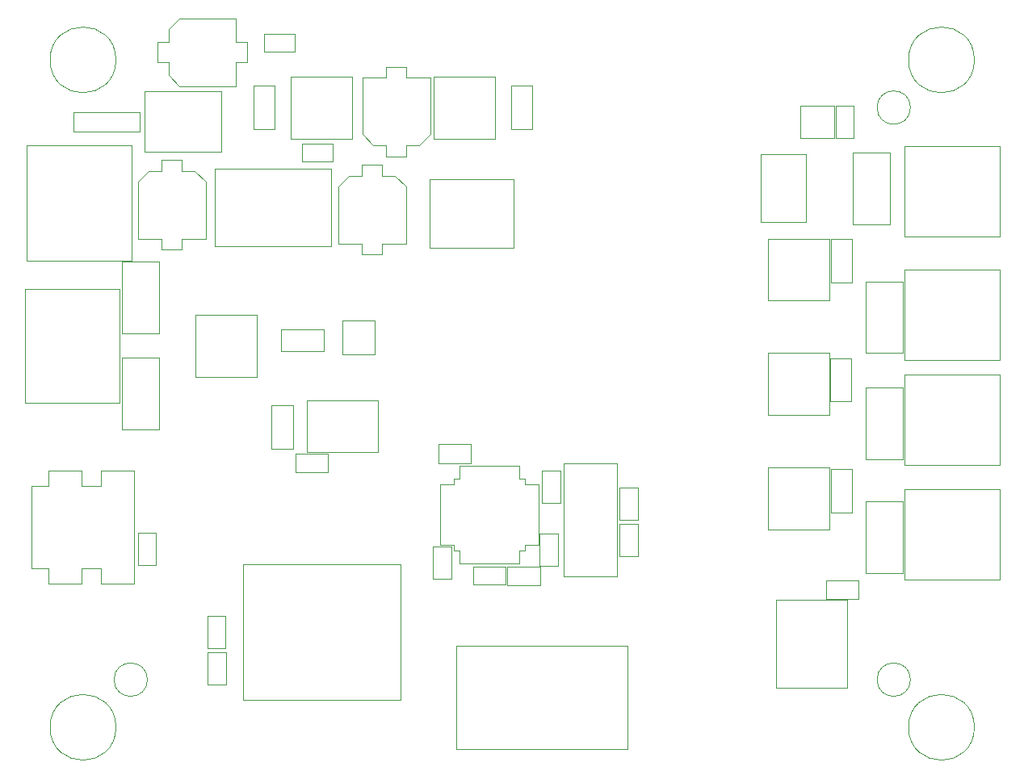
<source format=gbr>
%TF.GenerationSoftware,KiCad,Pcbnew,(5.1.9)-1*%
%TF.CreationDate,2022-11-23T19:56:57+01:00*%
%TF.ProjectId,PCDB_project,50434442-5f70-4726-9f6a-6563742e6b69,rev?*%
%TF.SameCoordinates,Original*%
%TF.FileFunction,Other,User*%
%FSLAX46Y46*%
G04 Gerber Fmt 4.6, Leading zero omitted, Abs format (unit mm)*
G04 Created by KiCad (PCBNEW (5.1.9)-1) date 2022-11-23 19:56:57*
%MOMM*%
%LPD*%
G01*
G04 APERTURE LIST*
%ADD10C,0.050800*%
%ADD11C,0.050000*%
%ADD12C,0.120000*%
G04 APERTURE END LIST*
D10*
%TO.C,J6*%
X-1120000Y-40979800D02*
X8836800Y-40979800D01*
X-1120000Y-40979800D02*
X-1120000Y-28991000D01*
X-1120000Y-28991000D02*
X8836800Y-28991000D01*
X8836800Y-28991000D02*
X8836800Y-40979800D01*
D11*
%TO.C,U6*%
X85076000Y-61664000D02*
X77676000Y-61664000D01*
X85076000Y-70824000D02*
X85076000Y-61664000D01*
X77676000Y-70824000D02*
X85076000Y-70824000D01*
X77676000Y-61664000D02*
X77676000Y-70824000D01*
%TO.C,MOV5*%
X90962000Y-39390000D02*
X87062000Y-39390000D01*
X90962000Y-46890000D02*
X87062000Y-46890000D01*
X90962000Y-39390000D02*
X90962000Y-46890000D01*
X87062000Y-39390000D02*
X87062000Y-46890000D01*
%TO.C,C13*%
X82900000Y-59572000D02*
X86300000Y-59572000D01*
X82900000Y-61532000D02*
X82900000Y-59572000D01*
X86300000Y-61532000D02*
X82900000Y-61532000D01*
X86300000Y-59572000D02*
X86300000Y-61532000D01*
%TO.C,R5*%
X83886000Y-9820000D02*
X85786000Y-9820000D01*
X85786000Y-9820000D02*
X85786000Y-13180000D01*
X85786000Y-13180000D02*
X83886000Y-13180000D01*
X83886000Y-13180000D02*
X83886000Y-9820000D01*
D10*
%TO.C,J8*%
X62052200Y-77292200D02*
X62052200Y-66446400D01*
X62052200Y-66446400D02*
X44119800Y-66446400D01*
X44119800Y-66446400D02*
X44119800Y-77292200D01*
X44119800Y-77292200D02*
X62052200Y-77292200D01*
D11*
%TO.C,X1*%
X55366000Y-47300000D02*
X55366000Y-59200000D01*
X60966000Y-47300000D02*
X55366000Y-47300000D01*
X60966000Y-59200000D02*
X60966000Y-47300000D01*
X55366000Y-59200000D02*
X60966000Y-59200000D01*
%TO.C,FD3*%
X91750000Y-10000000D02*
G75*
G03*
X91750000Y-10000000I-1750000J0D01*
G01*
%TO.C,FD2*%
X91750000Y-70000000D02*
G75*
G03*
X91750000Y-70000000I-1750000J0D01*
G01*
%TO.C,FD1*%
X11750000Y-70000000D02*
G75*
G03*
X11750000Y-70000000I-1750000J0D01*
G01*
%TO.C,H2*%
X98450000Y-5000000D02*
G75*
G03*
X98450000Y-5000000I-3450000J0D01*
G01*
%TO.C,H4*%
X98450000Y-75000000D02*
G75*
G03*
X98450000Y-75000000I-3450000J0D01*
G01*
%TO.C,H3*%
X8450000Y-75000000D02*
G75*
G03*
X8450000Y-75000000I-3450000J0D01*
G01*
%TO.C,H1*%
X8450000Y-5000000D02*
G75*
G03*
X8450000Y-5000000I-3450000J0D01*
G01*
%TO.C,C1*%
X21050000Y-650000D02*
X21050000Y-3150000D01*
X21050000Y-3150000D02*
X22200000Y-3150000D01*
X22200000Y-3150000D02*
X22200000Y-5250000D01*
X22200000Y-5250000D02*
X21050000Y-5250000D01*
X21050000Y-5250000D02*
X21050000Y-7750000D01*
X15100000Y-7750000D02*
X21050000Y-7750000D01*
X15100000Y-650000D02*
X21050000Y-650000D01*
X13950000Y-6600000D02*
X15100000Y-7750000D01*
X13950000Y-1800000D02*
X15100000Y-650000D01*
X13950000Y-1800000D02*
X13950000Y-3150000D01*
X13950000Y-5250000D02*
X13950000Y-6600000D01*
X13950000Y-3150000D02*
X12800000Y-3150000D01*
X12800000Y-3150000D02*
X12800000Y-5250000D01*
X12800000Y-5250000D02*
X13950000Y-5250000D01*
%TO.C,C2*%
X17850000Y-23750000D02*
X15350000Y-23750000D01*
X15350000Y-23750000D02*
X15350000Y-24900000D01*
X15350000Y-24900000D02*
X13250000Y-24900000D01*
X13250000Y-24900000D02*
X13250000Y-23750000D01*
X13250000Y-23750000D02*
X10750000Y-23750000D01*
X10750000Y-17800000D02*
X10750000Y-23750000D01*
X17850000Y-17800000D02*
X17850000Y-23750000D01*
X11900000Y-16650000D02*
X10750000Y-17800000D01*
X16700000Y-16650000D02*
X17850000Y-17800000D01*
X16700000Y-16650000D02*
X15350000Y-16650000D01*
X13250000Y-16650000D02*
X11900000Y-16650000D01*
X15350000Y-16650000D02*
X15350000Y-15500000D01*
X15350000Y-15500000D02*
X13250000Y-15500000D01*
X13250000Y-15500000D02*
X13250000Y-16650000D01*
%TO.C,C3*%
X34250000Y-16000000D02*
X34250000Y-17150000D01*
X36350000Y-16000000D02*
X34250000Y-16000000D01*
X36350000Y-17150000D02*
X36350000Y-16000000D01*
X34250000Y-17150000D02*
X32900000Y-17150000D01*
X37700000Y-17150000D02*
X36350000Y-17150000D01*
X37700000Y-17150000D02*
X38850000Y-18300000D01*
X32900000Y-17150000D02*
X31750000Y-18300000D01*
X38850000Y-18300000D02*
X38850000Y-24250000D01*
X31750000Y-18300000D02*
X31750000Y-24250000D01*
X34250000Y-24250000D02*
X31750000Y-24250000D01*
X34250000Y-25400000D02*
X34250000Y-24250000D01*
X36350000Y-25400000D02*
X34250000Y-25400000D01*
X36350000Y-24250000D02*
X36350000Y-25400000D01*
X38850000Y-24250000D02*
X36350000Y-24250000D01*
%TO.C,C4*%
X38896000Y-15114000D02*
X38896000Y-13964000D01*
X36796000Y-15114000D02*
X38896000Y-15114000D01*
X36796000Y-13964000D02*
X36796000Y-15114000D01*
X38896000Y-13964000D02*
X40246000Y-13964000D01*
X35446000Y-13964000D02*
X36796000Y-13964000D01*
X35446000Y-13964000D02*
X34296000Y-12814000D01*
X40246000Y-13964000D02*
X41396000Y-12814000D01*
X34296000Y-12814000D02*
X34296000Y-6864000D01*
X41396000Y-12814000D02*
X41396000Y-6864000D01*
X38896000Y-6864000D02*
X41396000Y-6864000D01*
X38896000Y-5714000D02*
X38896000Y-6864000D01*
X36796000Y-5714000D02*
X38896000Y-5714000D01*
X36796000Y-6864000D02*
X36796000Y-5714000D01*
X34296000Y-6864000D02*
X36796000Y-6864000D01*
%TO.C,C5*%
X43652000Y-59400000D02*
X41692000Y-59400000D01*
X41692000Y-59400000D02*
X41692000Y-56000000D01*
X41692000Y-56000000D02*
X43652000Y-56000000D01*
X43652000Y-56000000D02*
X43652000Y-59400000D01*
%TO.C,C6*%
X49500000Y-58120000D02*
X52900000Y-58120000D01*
X49500000Y-60080000D02*
X49500000Y-58120000D01*
X52900000Y-60080000D02*
X49500000Y-60080000D01*
X52900000Y-58120000D02*
X52900000Y-60080000D01*
%TO.C,C7*%
X53122000Y-51484000D02*
X53122000Y-48084000D01*
X55082000Y-51484000D02*
X53122000Y-51484000D01*
X55082000Y-48084000D02*
X55082000Y-51484000D01*
X53122000Y-48084000D02*
X55082000Y-48084000D01*
%TO.C,C8*%
X42242000Y-47280000D02*
X42242000Y-45320000D01*
X42242000Y-45320000D02*
X45642000Y-45320000D01*
X45642000Y-45320000D02*
X45642000Y-47280000D01*
X45642000Y-47280000D02*
X42242000Y-47280000D01*
%TO.C,C9*%
X52868000Y-58088000D02*
X52868000Y-54688000D01*
X54828000Y-58088000D02*
X52868000Y-58088000D01*
X54828000Y-54688000D02*
X54828000Y-58088000D01*
X52868000Y-54688000D02*
X54828000Y-54688000D01*
%TO.C,C10*%
X63210000Y-57072000D02*
X61250000Y-57072000D01*
X61250000Y-57072000D02*
X61250000Y-53672000D01*
X61250000Y-53672000D02*
X63210000Y-53672000D01*
X63210000Y-53672000D02*
X63210000Y-57072000D01*
%TO.C,C11*%
X61250000Y-53262000D02*
X61250000Y-49862000D01*
X63210000Y-53262000D02*
X61250000Y-53262000D01*
X63210000Y-49862000D02*
X63210000Y-53262000D01*
X61250000Y-49862000D02*
X63210000Y-49862000D01*
%TO.C,C12*%
X18070000Y-67134000D02*
X20030000Y-67134000D01*
X20030000Y-67134000D02*
X20030000Y-70534000D01*
X20030000Y-70534000D02*
X18070000Y-70534000D01*
X18070000Y-70534000D02*
X18070000Y-67134000D01*
%TO.C,C14*%
X30700000Y-46320000D02*
X30700000Y-48280000D01*
X30700000Y-48280000D02*
X27300000Y-48280000D01*
X27300000Y-48280000D02*
X27300000Y-46320000D01*
X27300000Y-46320000D02*
X30700000Y-46320000D01*
%TO.C,D1*%
X31200000Y-15650000D02*
X31200000Y-13750000D01*
X31200000Y-13750000D02*
X28000000Y-13750000D01*
X28000000Y-15650000D02*
X28000000Y-13750000D01*
X31200000Y-15650000D02*
X28000000Y-15650000D01*
%TO.C,D2*%
X27200000Y-4150000D02*
X24000000Y-4150000D01*
X24000000Y-4150000D02*
X24000000Y-2250000D01*
X27200000Y-2250000D02*
X24000000Y-2250000D01*
X27200000Y-4150000D02*
X27200000Y-2250000D01*
%TO.C,F1*%
X3970000Y-12550000D02*
X10950000Y-12550000D01*
X3970000Y-10450000D02*
X3970000Y-12550000D01*
X10950000Y-10450000D02*
X3970000Y-10450000D01*
X10950000Y-12550000D02*
X10950000Y-10450000D01*
D10*
%TO.C,J1*%
X10130800Y-26030600D02*
X-918200Y-26030600D01*
X10130800Y-26030600D02*
X10130800Y-13965600D01*
X-918200Y-13965600D02*
X10130800Y-13965600D01*
X-918200Y-26030600D02*
X-918200Y-13965600D01*
%TO.C,J2*%
X101120000Y-14020200D02*
X91163200Y-14020200D01*
X101120000Y-14020200D02*
X101120000Y-23494400D01*
X101120000Y-23494400D02*
X91163200Y-23494400D01*
X91163200Y-23494400D02*
X91163200Y-14020200D01*
%TO.C,J3*%
X91163200Y-36494400D02*
X91163200Y-27020200D01*
X101120000Y-36494400D02*
X91163200Y-36494400D01*
X101120000Y-27020200D02*
X101120000Y-36494400D01*
X101120000Y-27020200D02*
X91163200Y-27020200D01*
%TO.C,J4*%
X101120000Y-38020200D02*
X91163200Y-38020200D01*
X101120000Y-38020200D02*
X101120000Y-47494400D01*
X101120000Y-47494400D02*
X91163200Y-47494400D01*
X91163200Y-47494400D02*
X91163200Y-38020200D01*
%TO.C,J5*%
X91163200Y-59494400D02*
X91163200Y-50020200D01*
X101120000Y-59494400D02*
X91163200Y-59494400D01*
X101120000Y-50020200D02*
X101120000Y-59494400D01*
X101120000Y-50020200D02*
X91163200Y-50020200D01*
D11*
%TO.C,J7*%
X1350000Y-48110000D02*
X4850000Y-48100000D01*
X6850000Y-49650000D02*
X6850000Y-48100000D01*
X4850000Y-48100000D02*
X4850000Y-49650000D01*
X1350000Y-49650000D02*
X1350000Y-48110000D01*
X4850000Y-59900000D02*
X1350000Y-59900000D01*
X6850000Y-59900000D02*
X6850000Y-58350000D01*
X4850000Y-58350000D02*
X4850000Y-59900000D01*
X1350000Y-59900000D02*
X1350000Y-58350000D01*
X6850000Y-58350000D02*
X4850000Y-58350000D01*
X4850000Y-49650000D02*
X6850000Y-49650000D01*
X1350000Y-58350000D02*
X-400000Y-58350000D01*
X-400000Y-49650000D02*
X1350000Y-49650000D01*
X-400000Y-58350000D02*
X-400000Y-49650000D01*
X10350000Y-59900000D02*
X6850000Y-59900000D01*
X10350000Y-48100000D02*
X10350000Y-59900000D01*
X6850000Y-48100000D02*
X10350000Y-48100000D01*
D12*
%TO.C,L1*%
X11486800Y-8325000D02*
X19513200Y-8325000D01*
X11486800Y-14675000D02*
X19513200Y-14675000D01*
X19513200Y-8325000D02*
X19513200Y-14675000D01*
X11486800Y-14675000D02*
X11486800Y-8325000D01*
D11*
%TO.C,LD1*%
X26780000Y-6750000D02*
X26780000Y-13250000D01*
X26780000Y-13250000D02*
X33230000Y-13250000D01*
X33230000Y-13250000D02*
X33230000Y-6750000D01*
X33230000Y-6750000D02*
X26780000Y-6750000D01*
%TO.C,LD2*%
X48200000Y-6750000D02*
X41750000Y-6750000D01*
X48200000Y-13250000D02*
X48200000Y-6750000D01*
X41750000Y-13250000D02*
X48200000Y-13250000D01*
X41750000Y-6750000D02*
X41750000Y-13250000D01*
%TO.C,LD3*%
X16780000Y-31750000D02*
X16780000Y-38250000D01*
X16780000Y-38250000D02*
X23230000Y-38250000D01*
X23230000Y-38250000D02*
X23230000Y-31750000D01*
X23230000Y-31750000D02*
X16780000Y-31750000D01*
%TO.C,LD4*%
X83230000Y-23750000D02*
X76780000Y-23750000D01*
X83230000Y-30250000D02*
X83230000Y-23750000D01*
X76780000Y-30250000D02*
X83230000Y-30250000D01*
X76780000Y-23750000D02*
X76780000Y-30250000D01*
%TO.C,LD5*%
X83230000Y-35750000D02*
X76780000Y-35750000D01*
X83230000Y-42250000D02*
X83230000Y-35750000D01*
X76780000Y-42250000D02*
X83230000Y-42250000D01*
X76780000Y-35750000D02*
X76780000Y-42250000D01*
%TO.C,LD6*%
X76780000Y-47750000D02*
X76780000Y-54250000D01*
X76780000Y-54250000D02*
X83230000Y-54250000D01*
X83230000Y-54250000D02*
X83230000Y-47750000D01*
X83230000Y-47750000D02*
X76780000Y-47750000D01*
%TO.C,M1*%
X80218000Y-13200000D02*
X80218000Y-9800000D01*
X80218000Y-9800000D02*
X83718000Y-9800000D01*
X83718000Y-9800000D02*
X83718000Y-13200000D01*
X83718000Y-13200000D02*
X80218000Y-13200000D01*
%TO.C,M2*%
X35600000Y-32350000D02*
X35600000Y-35850000D01*
X32200000Y-32350000D02*
X35600000Y-32350000D01*
X32200000Y-35850000D02*
X32200000Y-32350000D01*
X35600000Y-35850000D02*
X32200000Y-35850000D01*
%TO.C,MOV1*%
X85700000Y-14750000D02*
X85700000Y-22250000D01*
X89600000Y-14750000D02*
X89600000Y-22250000D01*
X89600000Y-22250000D02*
X85700000Y-22250000D01*
X89600000Y-14750000D02*
X85700000Y-14750000D01*
%TO.C,MOV2*%
X9100000Y-33650000D02*
X13000000Y-33650000D01*
X9100000Y-26150000D02*
X13000000Y-26150000D01*
X9100000Y-33650000D02*
X9100000Y-26150000D01*
X13000000Y-33650000D02*
X13000000Y-26150000D01*
%TO.C,MOV3*%
X9100000Y-36250000D02*
X9100000Y-43750000D01*
X13000000Y-36250000D02*
X13000000Y-43750000D01*
X13000000Y-43750000D02*
X9100000Y-43750000D01*
X13000000Y-36250000D02*
X9100000Y-36250000D01*
%TO.C,MOV4*%
X90962000Y-28250000D02*
X87062000Y-28250000D01*
X90962000Y-35750000D02*
X87062000Y-35750000D01*
X90962000Y-28250000D02*
X90962000Y-35750000D01*
X87062000Y-28250000D02*
X87062000Y-35750000D01*
%TO.C,MOV6*%
X87062000Y-51328000D02*
X87062000Y-58828000D01*
X90962000Y-51328000D02*
X90962000Y-58828000D01*
X90962000Y-58828000D02*
X87062000Y-58828000D01*
X90962000Y-51328000D02*
X87062000Y-51328000D01*
%TO.C,R1*%
X22880000Y-12280000D02*
X22880000Y-7720000D01*
X25120000Y-12280000D02*
X22880000Y-12280000D01*
X25120000Y-7720000D02*
X25120000Y-12280000D01*
X22880000Y-7720000D02*
X25120000Y-7720000D01*
%TO.C,R2*%
X10750000Y-57980000D02*
X10750000Y-54620000D01*
X12650000Y-57980000D02*
X10750000Y-57980000D01*
X12650000Y-54620000D02*
X12650000Y-57980000D01*
X10750000Y-54620000D02*
X12650000Y-54620000D01*
%TO.C,R3*%
X18050000Y-66680000D02*
X18050000Y-63320000D01*
X19950000Y-66680000D02*
X18050000Y-66680000D01*
X19950000Y-63320000D02*
X19950000Y-66680000D01*
X18050000Y-63320000D02*
X19950000Y-63320000D01*
%TO.C,R4*%
X52120000Y-12280000D02*
X49880000Y-12280000D01*
X49880000Y-12280000D02*
X49880000Y-7720000D01*
X49880000Y-7720000D02*
X52120000Y-7720000D01*
X52120000Y-7720000D02*
X52120000Y-12280000D01*
%TO.C,R6*%
X30280000Y-33280000D02*
X30280000Y-35520000D01*
X30280000Y-35520000D02*
X25720000Y-35520000D01*
X25720000Y-35520000D02*
X25720000Y-33280000D01*
X25720000Y-33280000D02*
X30280000Y-33280000D01*
%TO.C,R7*%
X27020000Y-41220000D02*
X27020000Y-45780000D01*
X24780000Y-41220000D02*
X27020000Y-41220000D01*
X24780000Y-45780000D02*
X24780000Y-41220000D01*
X27020000Y-45780000D02*
X24780000Y-45780000D01*
%TO.C,R8*%
X85652000Y-23776000D02*
X85652000Y-28336000D01*
X83412000Y-23776000D02*
X85652000Y-23776000D01*
X83412000Y-28336000D02*
X83412000Y-23776000D01*
X85652000Y-28336000D02*
X83412000Y-28336000D01*
%TO.C,R9*%
X85560000Y-40836000D02*
X83320000Y-40836000D01*
X83320000Y-40836000D02*
X83320000Y-36276000D01*
X83320000Y-36276000D02*
X85560000Y-36276000D01*
X85560000Y-36276000D02*
X85560000Y-40836000D01*
%TO.C,R10*%
X85622000Y-47906000D02*
X85622000Y-52466000D01*
X83382000Y-47906000D02*
X85622000Y-47906000D01*
X83382000Y-52466000D02*
X83382000Y-47906000D01*
X85622000Y-52466000D02*
X83382000Y-52466000D01*
%TO.C,R11*%
X49280000Y-58150000D02*
X49280000Y-60050000D01*
X49280000Y-60050000D02*
X45920000Y-60050000D01*
X45920000Y-60050000D02*
X45920000Y-58150000D01*
X45920000Y-58150000D02*
X49280000Y-58150000D01*
D10*
%TO.C,SW1*%
X21745000Y-72107800D02*
X38255000Y-72107800D01*
X38255000Y-57858400D02*
X38255000Y-72107800D01*
X21745000Y-57858400D02*
X38255000Y-57858400D01*
X21745000Y-57858400D02*
X21745000Y-72107800D01*
D11*
%TO.C,U1*%
X18850000Y-16450000D02*
X31050000Y-16450000D01*
X31050000Y-16450000D02*
X31050000Y-24550000D01*
X31050000Y-24550000D02*
X18850000Y-24550000D01*
X18850000Y-24550000D02*
X18850000Y-16450000D01*
%TO.C,U2*%
X41320000Y-17482000D02*
X41320000Y-24682000D01*
X41320000Y-24682000D02*
X50120000Y-24682000D01*
X50120000Y-24682000D02*
X50120000Y-17482000D01*
X50120000Y-17482000D02*
X41320000Y-17482000D01*
%TO.C,U3*%
X47600000Y-57850000D02*
X50750000Y-57850000D01*
X50750000Y-57850000D02*
X50750000Y-56450000D01*
X50750000Y-56450000D02*
X51350000Y-56450000D01*
X51350000Y-56450000D02*
X51350000Y-55850000D01*
X51350000Y-55850000D02*
X52750000Y-55850000D01*
X52750000Y-55850000D02*
X52750000Y-52700000D01*
X47600000Y-57850000D02*
X44450000Y-57850000D01*
X44450000Y-57850000D02*
X44450000Y-56450000D01*
X44450000Y-56450000D02*
X43850000Y-56450000D01*
X43850000Y-56450000D02*
X43850000Y-55850000D01*
X43850000Y-55850000D02*
X42450000Y-55850000D01*
X42450000Y-55850000D02*
X42450000Y-52700000D01*
X47600000Y-47550000D02*
X50750000Y-47550000D01*
X50750000Y-47550000D02*
X50750000Y-48950000D01*
X50750000Y-48950000D02*
X51350000Y-48950000D01*
X51350000Y-48950000D02*
X51350000Y-49550000D01*
X51350000Y-49550000D02*
X52750000Y-49550000D01*
X52750000Y-49550000D02*
X52750000Y-52700000D01*
X47600000Y-47550000D02*
X44450000Y-47550000D01*
X44450000Y-47550000D02*
X44450000Y-48950000D01*
X44450000Y-48950000D02*
X43850000Y-48950000D01*
X43850000Y-48950000D02*
X43850000Y-49550000D01*
X43850000Y-49550000D02*
X42450000Y-49550000D01*
X42450000Y-49550000D02*
X42450000Y-52700000D01*
%TO.C,U4*%
X80810000Y-14910000D02*
X80810000Y-22010000D01*
X80810000Y-14910000D02*
X76070000Y-14910000D01*
X76070000Y-22010000D02*
X80810000Y-22010000D01*
X76070000Y-22010000D02*
X76070000Y-14910000D01*
%TO.C,U5*%
X28500000Y-46100000D02*
X35900000Y-46100000D01*
X28500000Y-40700000D02*
X28500000Y-46100000D01*
X35900000Y-40700000D02*
X28500000Y-40700000D01*
X35900000Y-46100000D02*
X35900000Y-40700000D01*
%TD*%
M02*

</source>
